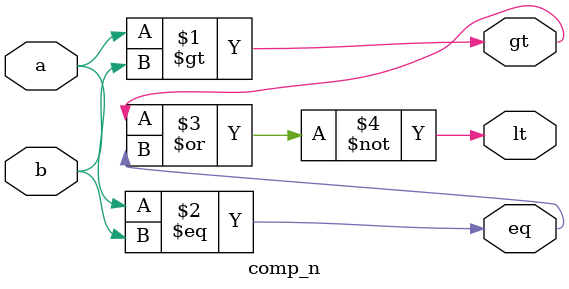
<source format=v>
module comp_n
#(
    parameter DW = 1
)
(
    input  wire [DW-1:0] a,
    input  wire [DW-1:0] b,

    output wire          gt,
    output wire          eq,
    output wire          lt
);

    assign gt = a > b;
    assign eq = a == b;
    assign lt = ~(gt | eq);

endmodule
</source>
